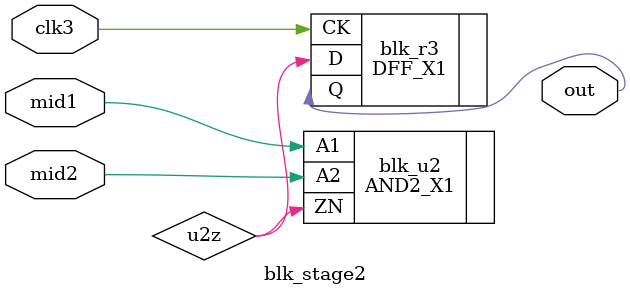
<source format=v>
(* keep_hierarchy *)
module top (in1, in2, clk1, clk2, clk3, out);
  input in1, in2, clk1, clk2, clk3;
  output out;

  wire w_mid1, w_mid2;

  (* keep *) blk_stage1 u_blk1 (
    .in1(in1),
    .in2(in2),
    .clk1(clk1),
    .clk2(clk2),
    .mid1(w_mid1),
    .mid2(w_mid2)
  );

  (* keep *) blk_stage2 u_blk2 (
    .mid1(w_mid1),
    .mid2(w_mid2),
    .clk3(clk3),
    .out(out)
  );
endmodule


(* keep_hierarchy *)
module blk_stage1 (in1, in2, clk1, clk2, mid1, mid2);
  input in1, in2, clk1, clk2;
  output mid1, mid2;

  wire r1q, r2q, u1z;

  (* keep *) DFF_X1 blk_r1 (.D(in1), .CK(clk1), .Q(r1q));
  (* keep *) DFF_X1 blk_r2 (.D(in2), .CK(clk2), .Q(r2q));
  (* keep *) BUF_X1 blk_u1 (.A(r2q), .Z(u1z));

  assign mid1 = r1q;
  assign mid2 = u1z;
endmodule

(* keep_hierarchy *)
module blk_stage2 (mid1, mid2, clk3, out);
  input mid1, mid2, clk3;
  output out;

  wire u2z;

  (* keep *) AND2_X1 blk_u2 (.A1(mid1), .A2(mid2), .ZN(u2z));
  (* keep *) DFF_X1 blk_r3 (.D(u2z), .CK(clk3), .Q(out));
endmodule


</source>
